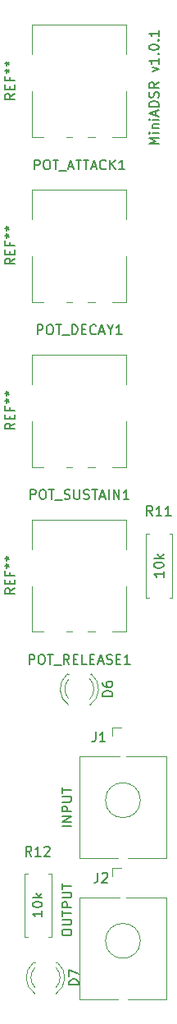
<source format=gbr>
%TF.GenerationSoftware,KiCad,Pcbnew,5.1.9+dfsg1-1~bpo10+1*%
%TF.CreationDate,2022-02-02T01:18:43+08:00*%
%TF.ProjectId,MiniADSR 1.0.1 - Control,4d696e69-4144-4535-9220-312e302e3120,rev?*%
%TF.SameCoordinates,Original*%
%TF.FileFunction,Legend,Top*%
%TF.FilePolarity,Positive*%
%FSLAX46Y46*%
G04 Gerber Fmt 4.6, Leading zero omitted, Abs format (unit mm)*
G04 Created by KiCad (PCBNEW 5.1.9+dfsg1-1~bpo10+1) date 2022-02-02 01:18:43*
%MOMM*%
%LPD*%
G01*
G04 APERTURE LIST*
%ADD10C,0.150000*%
%ADD11C,0.120000*%
G04 APERTURE END LIST*
D10*
X109702380Y-66333333D02*
X108702380Y-66333333D01*
X109416666Y-66000000D01*
X108702380Y-65666666D01*
X109702380Y-65666666D01*
X109702380Y-65190476D02*
X109035714Y-65190476D01*
X108702380Y-65190476D02*
X108750000Y-65238095D01*
X108797619Y-65190476D01*
X108750000Y-65142857D01*
X108702380Y-65190476D01*
X108797619Y-65190476D01*
X109035714Y-64714285D02*
X109702380Y-64714285D01*
X109130952Y-64714285D02*
X109083333Y-64666666D01*
X109035714Y-64571428D01*
X109035714Y-64428571D01*
X109083333Y-64333333D01*
X109178571Y-64285714D01*
X109702380Y-64285714D01*
X109702380Y-63809523D02*
X109035714Y-63809523D01*
X108702380Y-63809523D02*
X108750000Y-63857142D01*
X108797619Y-63809523D01*
X108750000Y-63761904D01*
X108702380Y-63809523D01*
X108797619Y-63809523D01*
X109416666Y-63380952D02*
X109416666Y-62904761D01*
X109702380Y-63476190D02*
X108702380Y-63142857D01*
X109702380Y-62809523D01*
X109702380Y-62476190D02*
X108702380Y-62476190D01*
X108702380Y-62238095D01*
X108750000Y-62095238D01*
X108845238Y-62000000D01*
X108940476Y-61952380D01*
X109130952Y-61904761D01*
X109273809Y-61904761D01*
X109464285Y-61952380D01*
X109559523Y-62000000D01*
X109654761Y-62095238D01*
X109702380Y-62238095D01*
X109702380Y-62476190D01*
X109654761Y-61523809D02*
X109702380Y-61380952D01*
X109702380Y-61142857D01*
X109654761Y-61047619D01*
X109607142Y-61000000D01*
X109511904Y-60952380D01*
X109416666Y-60952380D01*
X109321428Y-61000000D01*
X109273809Y-61047619D01*
X109226190Y-61142857D01*
X109178571Y-61333333D01*
X109130952Y-61428571D01*
X109083333Y-61476190D01*
X108988095Y-61523809D01*
X108892857Y-61523809D01*
X108797619Y-61476190D01*
X108750000Y-61428571D01*
X108702380Y-61333333D01*
X108702380Y-61095238D01*
X108750000Y-60952380D01*
X109702380Y-59952380D02*
X109226190Y-60285714D01*
X109702380Y-60523809D02*
X108702380Y-60523809D01*
X108702380Y-60142857D01*
X108750000Y-60047619D01*
X108797619Y-60000000D01*
X108892857Y-59952380D01*
X109035714Y-59952380D01*
X109130952Y-60000000D01*
X109178571Y-60047619D01*
X109226190Y-60142857D01*
X109226190Y-60523809D01*
X109035714Y-58857142D02*
X109702380Y-58619047D01*
X109035714Y-58380952D01*
X109702380Y-57476190D02*
X109702380Y-58047619D01*
X109702380Y-57761904D02*
X108702380Y-57761904D01*
X108845238Y-57857142D01*
X108940476Y-57952380D01*
X108988095Y-58047619D01*
X109607142Y-57047619D02*
X109654761Y-57000000D01*
X109702380Y-57047619D01*
X109654761Y-57095238D01*
X109607142Y-57047619D01*
X109702380Y-57047619D01*
X108702380Y-56380952D02*
X108702380Y-56285714D01*
X108750000Y-56190476D01*
X108797619Y-56142857D01*
X108892857Y-56095238D01*
X109083333Y-56047619D01*
X109321428Y-56047619D01*
X109511904Y-56095238D01*
X109607142Y-56142857D01*
X109654761Y-56190476D01*
X109702380Y-56285714D01*
X109702380Y-56380952D01*
X109654761Y-56476190D01*
X109607142Y-56523809D01*
X109511904Y-56571428D01*
X109321428Y-56619047D01*
X109083333Y-56619047D01*
X108892857Y-56571428D01*
X108797619Y-56523809D01*
X108750000Y-56476190D01*
X108702380Y-56380952D01*
X109607142Y-55619047D02*
X109654761Y-55571428D01*
X109702380Y-55619047D01*
X109654761Y-55666666D01*
X109607142Y-55619047D01*
X109702380Y-55619047D01*
X109702380Y-54619047D02*
X109702380Y-55190476D01*
X109702380Y-54904761D02*
X108702380Y-54904761D01*
X108845238Y-55000000D01*
X108940476Y-55095238D01*
X108988095Y-55190476D01*
D11*
%TO.C,POT_RELEASE1*%
X100710000Y-116620000D02*
X100180000Y-116620000D01*
X96630000Y-108090000D02*
X96630000Y-105030000D01*
X96620000Y-116620000D02*
X96620000Y-111900000D01*
X106370000Y-108090000D02*
X106370000Y-105030000D01*
X106370000Y-105030000D02*
X96630000Y-105030000D01*
X97810000Y-116620000D02*
X96630000Y-116620000D01*
X103160000Y-116620000D02*
X102330000Y-116620000D01*
X106370000Y-116620000D02*
X104880000Y-116620000D01*
X106370000Y-116620000D02*
X106370000Y-111900000D01*
%TO.C,J1*%
X104940000Y-126500000D02*
X105800000Y-126500000D01*
X105500000Y-139980000D02*
X101500000Y-139980000D01*
X110500000Y-139980000D02*
X106500000Y-139980000D01*
X101500000Y-129480000D02*
X101500000Y-139980000D01*
X107800000Y-133980000D02*
G75*
G03*
X107800000Y-133980000I-1800000J0D01*
G01*
X105650000Y-129480000D02*
X101500000Y-129480000D01*
X110500000Y-129480000D02*
X106350000Y-129480000D01*
X110500000Y-129480000D02*
X110500000Y-139980000D01*
X104940000Y-126500000D02*
X104940000Y-127300000D01*
%TO.C,R12*%
X98290000Y-141540000D02*
X98620000Y-141540000D01*
X98620000Y-141540000D02*
X98620000Y-148080000D01*
X98620000Y-148080000D02*
X98290000Y-148080000D01*
X96210000Y-141540000D02*
X95880000Y-141540000D01*
X95880000Y-141540000D02*
X95880000Y-148080000D01*
X95880000Y-148080000D02*
X96210000Y-148080000D01*
%TO.C,R11*%
X108380000Y-113080000D02*
X108710000Y-113080000D01*
X108380000Y-106540000D02*
X108380000Y-113080000D01*
X108710000Y-106540000D02*
X108380000Y-106540000D01*
X111120000Y-113080000D02*
X110790000Y-113080000D01*
X111120000Y-106540000D02*
X111120000Y-113080000D01*
X110790000Y-106540000D02*
X111120000Y-106540000D01*
%TO.C,POT_ATTACK1*%
X106370000Y-65620000D02*
X106370000Y-60900000D01*
X106370000Y-65620000D02*
X104880000Y-65620000D01*
X103160000Y-65620000D02*
X102330000Y-65620000D01*
X97810000Y-65620000D02*
X96630000Y-65620000D01*
X106370000Y-54030000D02*
X96630000Y-54030000D01*
X106370000Y-57090000D02*
X106370000Y-54030000D01*
X96620000Y-65620000D02*
X96620000Y-60900000D01*
X96630000Y-57090000D02*
X96630000Y-54030000D01*
X100710000Y-65620000D02*
X100180000Y-65620000D01*
%TO.C,POT_DECAY1*%
X106370000Y-82620000D02*
X106370000Y-77900000D01*
X106370000Y-82620000D02*
X104880000Y-82620000D01*
X103160000Y-82620000D02*
X102330000Y-82620000D01*
X97810000Y-82620000D02*
X96630000Y-82620000D01*
X106370000Y-71030000D02*
X96630000Y-71030000D01*
X106370000Y-74090000D02*
X106370000Y-71030000D01*
X96620000Y-82620000D02*
X96620000Y-77900000D01*
X96630000Y-74090000D02*
X96630000Y-71030000D01*
X100710000Y-82620000D02*
X100180000Y-82620000D01*
%TO.C,POT_SUSTAIN1*%
X100710000Y-99620000D02*
X100180000Y-99620000D01*
X96630000Y-91090000D02*
X96630000Y-88030000D01*
X96620000Y-99620000D02*
X96620000Y-94900000D01*
X106370000Y-91090000D02*
X106370000Y-88030000D01*
X106370000Y-88030000D02*
X96630000Y-88030000D01*
X97810000Y-99620000D02*
X96630000Y-99620000D01*
X103160000Y-99620000D02*
X102330000Y-99620000D01*
X106370000Y-99620000D02*
X104880000Y-99620000D01*
X106370000Y-99620000D02*
X106370000Y-94900000D01*
%TO.C,D6*%
X100420000Y-120960000D02*
X100264000Y-120960000D01*
X102736000Y-120960000D02*
X102580000Y-120960000D01*
X100420163Y-123561130D02*
G75*
G02*
X100420000Y-121479039I1079837J1041130D01*
G01*
X102579837Y-123561130D02*
G75*
G03*
X102580000Y-121479039I-1079837J1041130D01*
G01*
X100421392Y-124192335D02*
G75*
G02*
X100264484Y-120960000I1078608J1672335D01*
G01*
X102578608Y-124192335D02*
G75*
G03*
X102735516Y-120960000I-1078608J1672335D01*
G01*
%TO.C,D7*%
X99236000Y-150710000D02*
X99080000Y-150710000D01*
X96920000Y-150710000D02*
X96764000Y-150710000D01*
X99078608Y-153942335D02*
G75*
G03*
X99235516Y-150710000I-1078608J1672335D01*
G01*
X96921392Y-153942335D02*
G75*
G02*
X96764484Y-150710000I1078608J1672335D01*
G01*
X99079837Y-153311130D02*
G75*
G03*
X99080000Y-151229039I-1079837J1041130D01*
G01*
X96920163Y-153311130D02*
G75*
G02*
X96920000Y-151229039I1079837J1041130D01*
G01*
%TO.C,J2*%
X104940000Y-141000000D02*
X105800000Y-141000000D01*
X105500000Y-154480000D02*
X101500000Y-154480000D01*
X110500000Y-154480000D02*
X106500000Y-154480000D01*
X101500000Y-143980000D02*
X101500000Y-154480000D01*
X107800000Y-148480000D02*
G75*
G03*
X107800000Y-148480000I-1800000J0D01*
G01*
X105650000Y-143980000D02*
X101500000Y-143980000D01*
X110500000Y-143980000D02*
X106350000Y-143980000D01*
X110500000Y-143980000D02*
X110500000Y-154480000D01*
X104940000Y-141000000D02*
X104940000Y-141800000D01*
%TO.C,POT_RELEASE1*%
D10*
X96309523Y-119952380D02*
X96309523Y-118952380D01*
X96690476Y-118952380D01*
X96785714Y-119000000D01*
X96833333Y-119047619D01*
X96880952Y-119142857D01*
X96880952Y-119285714D01*
X96833333Y-119380952D01*
X96785714Y-119428571D01*
X96690476Y-119476190D01*
X96309523Y-119476190D01*
X97500000Y-118952380D02*
X97690476Y-118952380D01*
X97785714Y-119000000D01*
X97880952Y-119095238D01*
X97928571Y-119285714D01*
X97928571Y-119619047D01*
X97880952Y-119809523D01*
X97785714Y-119904761D01*
X97690476Y-119952380D01*
X97500000Y-119952380D01*
X97404761Y-119904761D01*
X97309523Y-119809523D01*
X97261904Y-119619047D01*
X97261904Y-119285714D01*
X97309523Y-119095238D01*
X97404761Y-119000000D01*
X97500000Y-118952380D01*
X98214285Y-118952380D02*
X98785714Y-118952380D01*
X98500000Y-119952380D02*
X98500000Y-118952380D01*
X98880952Y-120047619D02*
X99642857Y-120047619D01*
X100452380Y-119952380D02*
X100119047Y-119476190D01*
X99880952Y-119952380D02*
X99880952Y-118952380D01*
X100261904Y-118952380D01*
X100357142Y-119000000D01*
X100404761Y-119047619D01*
X100452380Y-119142857D01*
X100452380Y-119285714D01*
X100404761Y-119380952D01*
X100357142Y-119428571D01*
X100261904Y-119476190D01*
X99880952Y-119476190D01*
X100880952Y-119428571D02*
X101214285Y-119428571D01*
X101357142Y-119952380D02*
X100880952Y-119952380D01*
X100880952Y-118952380D01*
X101357142Y-118952380D01*
X102261904Y-119952380D02*
X101785714Y-119952380D01*
X101785714Y-118952380D01*
X102595238Y-119428571D02*
X102928571Y-119428571D01*
X103071428Y-119952380D02*
X102595238Y-119952380D01*
X102595238Y-118952380D01*
X103071428Y-118952380D01*
X103452380Y-119666666D02*
X103928571Y-119666666D01*
X103357142Y-119952380D02*
X103690476Y-118952380D01*
X104023809Y-119952380D01*
X104309523Y-119904761D02*
X104452380Y-119952380D01*
X104690476Y-119952380D01*
X104785714Y-119904761D01*
X104833333Y-119857142D01*
X104880952Y-119761904D01*
X104880952Y-119666666D01*
X104833333Y-119571428D01*
X104785714Y-119523809D01*
X104690476Y-119476190D01*
X104500000Y-119428571D01*
X104404761Y-119380952D01*
X104357142Y-119333333D01*
X104309523Y-119238095D01*
X104309523Y-119142857D01*
X104357142Y-119047619D01*
X104404761Y-119000000D01*
X104500000Y-118952380D01*
X104738095Y-118952380D01*
X104880952Y-119000000D01*
X105309523Y-119428571D02*
X105642857Y-119428571D01*
X105785714Y-119952380D02*
X105309523Y-119952380D01*
X105309523Y-118952380D01*
X105785714Y-118952380D01*
X106738095Y-119952380D02*
X106166666Y-119952380D01*
X106452380Y-119952380D02*
X106452380Y-118952380D01*
X106357142Y-119095238D01*
X106261904Y-119190476D01*
X106166666Y-119238095D01*
X94812380Y-112123333D02*
X94336190Y-112456666D01*
X94812380Y-112694761D02*
X93812380Y-112694761D01*
X93812380Y-112313809D01*
X93860000Y-112218571D01*
X93907619Y-112170952D01*
X94002857Y-112123333D01*
X94145714Y-112123333D01*
X94240952Y-112170952D01*
X94288571Y-112218571D01*
X94336190Y-112313809D01*
X94336190Y-112694761D01*
X94288571Y-111694761D02*
X94288571Y-111361428D01*
X94812380Y-111218571D02*
X94812380Y-111694761D01*
X93812380Y-111694761D01*
X93812380Y-111218571D01*
X94288571Y-110456666D02*
X94288571Y-110790000D01*
X94812380Y-110790000D02*
X93812380Y-110790000D01*
X93812380Y-110313809D01*
X93812380Y-109790000D02*
X94050476Y-109790000D01*
X93955238Y-110028095D02*
X94050476Y-109790000D01*
X93955238Y-109551904D01*
X94240952Y-109932857D02*
X94050476Y-109790000D01*
X94240952Y-109647142D01*
X93812380Y-109028095D02*
X94050476Y-109028095D01*
X93955238Y-109266190D02*
X94050476Y-109028095D01*
X93955238Y-108790000D01*
X94240952Y-109170952D02*
X94050476Y-109028095D01*
X94240952Y-108885238D01*
%TO.C,J1*%
X103166666Y-126952380D02*
X103166666Y-127666666D01*
X103119047Y-127809523D01*
X103023809Y-127904761D01*
X102880952Y-127952380D01*
X102785714Y-127952380D01*
X104166666Y-127952380D02*
X103595238Y-127952380D01*
X103880952Y-127952380D02*
X103880952Y-126952380D01*
X103785714Y-127095238D01*
X103690476Y-127190476D01*
X103595238Y-127238095D01*
X100702380Y-136678571D02*
X99702380Y-136678571D01*
X100702380Y-136202380D02*
X99702380Y-136202380D01*
X100702380Y-135630952D01*
X99702380Y-135630952D01*
X100702380Y-135154761D02*
X99702380Y-135154761D01*
X99702380Y-134773809D01*
X99750000Y-134678571D01*
X99797619Y-134630952D01*
X99892857Y-134583333D01*
X100035714Y-134583333D01*
X100130952Y-134630952D01*
X100178571Y-134678571D01*
X100226190Y-134773809D01*
X100226190Y-135154761D01*
X99702380Y-134154761D02*
X100511904Y-134154761D01*
X100607142Y-134107142D01*
X100654761Y-134059523D01*
X100702380Y-133964285D01*
X100702380Y-133773809D01*
X100654761Y-133678571D01*
X100607142Y-133630952D01*
X100511904Y-133583333D01*
X99702380Y-133583333D01*
X99702380Y-133250000D02*
X99702380Y-132678571D01*
X100702380Y-132964285D02*
X99702380Y-132964285D01*
%TO.C,R12*%
X96557142Y-139752380D02*
X96223809Y-139276190D01*
X95985714Y-139752380D02*
X95985714Y-138752380D01*
X96366666Y-138752380D01*
X96461904Y-138800000D01*
X96509523Y-138847619D01*
X96557142Y-138942857D01*
X96557142Y-139085714D01*
X96509523Y-139180952D01*
X96461904Y-139228571D01*
X96366666Y-139276190D01*
X95985714Y-139276190D01*
X97509523Y-139752380D02*
X96938095Y-139752380D01*
X97223809Y-139752380D02*
X97223809Y-138752380D01*
X97128571Y-138895238D01*
X97033333Y-138990476D01*
X96938095Y-139038095D01*
X97890476Y-138847619D02*
X97938095Y-138800000D01*
X98033333Y-138752380D01*
X98271428Y-138752380D01*
X98366666Y-138800000D01*
X98414285Y-138847619D01*
X98461904Y-138942857D01*
X98461904Y-139038095D01*
X98414285Y-139180952D01*
X97842857Y-139752380D01*
X98461904Y-139752380D01*
X97652380Y-145395238D02*
X97652380Y-145966666D01*
X97652380Y-145680952D02*
X96652380Y-145680952D01*
X96795238Y-145776190D01*
X96890476Y-145871428D01*
X96938095Y-145966666D01*
X96652380Y-144776190D02*
X96652380Y-144680952D01*
X96700000Y-144585714D01*
X96747619Y-144538095D01*
X96842857Y-144490476D01*
X97033333Y-144442857D01*
X97271428Y-144442857D01*
X97461904Y-144490476D01*
X97557142Y-144538095D01*
X97604761Y-144585714D01*
X97652380Y-144680952D01*
X97652380Y-144776190D01*
X97604761Y-144871428D01*
X97557142Y-144919047D01*
X97461904Y-144966666D01*
X97271428Y-145014285D01*
X97033333Y-145014285D01*
X96842857Y-144966666D01*
X96747619Y-144919047D01*
X96700000Y-144871428D01*
X96652380Y-144776190D01*
X97652380Y-144014285D02*
X96652380Y-144014285D01*
X97271428Y-143919047D02*
X97652380Y-143633333D01*
X96985714Y-143633333D02*
X97366666Y-144014285D01*
%TO.C,R11*%
X109057142Y-104652380D02*
X108723809Y-104176190D01*
X108485714Y-104652380D02*
X108485714Y-103652380D01*
X108866666Y-103652380D01*
X108961904Y-103700000D01*
X109009523Y-103747619D01*
X109057142Y-103842857D01*
X109057142Y-103985714D01*
X109009523Y-104080952D01*
X108961904Y-104128571D01*
X108866666Y-104176190D01*
X108485714Y-104176190D01*
X110009523Y-104652380D02*
X109438095Y-104652380D01*
X109723809Y-104652380D02*
X109723809Y-103652380D01*
X109628571Y-103795238D01*
X109533333Y-103890476D01*
X109438095Y-103938095D01*
X110961904Y-104652380D02*
X110390476Y-104652380D01*
X110676190Y-104652380D02*
X110676190Y-103652380D01*
X110580952Y-103795238D01*
X110485714Y-103890476D01*
X110390476Y-103938095D01*
X110202380Y-110405238D02*
X110202380Y-110976666D01*
X110202380Y-110690952D02*
X109202380Y-110690952D01*
X109345238Y-110786190D01*
X109440476Y-110881428D01*
X109488095Y-110976666D01*
X109202380Y-109786190D02*
X109202380Y-109690952D01*
X109250000Y-109595714D01*
X109297619Y-109548095D01*
X109392857Y-109500476D01*
X109583333Y-109452857D01*
X109821428Y-109452857D01*
X110011904Y-109500476D01*
X110107142Y-109548095D01*
X110154761Y-109595714D01*
X110202380Y-109690952D01*
X110202380Y-109786190D01*
X110154761Y-109881428D01*
X110107142Y-109929047D01*
X110011904Y-109976666D01*
X109821428Y-110024285D01*
X109583333Y-110024285D01*
X109392857Y-109976666D01*
X109297619Y-109929047D01*
X109250000Y-109881428D01*
X109202380Y-109786190D01*
X110202380Y-109024285D02*
X109202380Y-109024285D01*
X109821428Y-108929047D02*
X110202380Y-108643333D01*
X109535714Y-108643333D02*
X109916666Y-109024285D01*
%TO.C,POT_ATTACK1*%
X96857142Y-68952380D02*
X96857142Y-67952380D01*
X97238095Y-67952380D01*
X97333333Y-68000000D01*
X97380952Y-68047619D01*
X97428571Y-68142857D01*
X97428571Y-68285714D01*
X97380952Y-68380952D01*
X97333333Y-68428571D01*
X97238095Y-68476190D01*
X96857142Y-68476190D01*
X98047619Y-67952380D02*
X98238095Y-67952380D01*
X98333333Y-68000000D01*
X98428571Y-68095238D01*
X98476190Y-68285714D01*
X98476190Y-68619047D01*
X98428571Y-68809523D01*
X98333333Y-68904761D01*
X98238095Y-68952380D01*
X98047619Y-68952380D01*
X97952380Y-68904761D01*
X97857142Y-68809523D01*
X97809523Y-68619047D01*
X97809523Y-68285714D01*
X97857142Y-68095238D01*
X97952380Y-68000000D01*
X98047619Y-67952380D01*
X98761904Y-67952380D02*
X99333333Y-67952380D01*
X99047619Y-68952380D02*
X99047619Y-67952380D01*
X99428571Y-69047619D02*
X100190476Y-69047619D01*
X100380952Y-68666666D02*
X100857142Y-68666666D01*
X100285714Y-68952380D02*
X100619047Y-67952380D01*
X100952380Y-68952380D01*
X101142857Y-67952380D02*
X101714285Y-67952380D01*
X101428571Y-68952380D02*
X101428571Y-67952380D01*
X101904761Y-67952380D02*
X102476190Y-67952380D01*
X102190476Y-68952380D02*
X102190476Y-67952380D01*
X102761904Y-68666666D02*
X103238095Y-68666666D01*
X102666666Y-68952380D02*
X103000000Y-67952380D01*
X103333333Y-68952380D01*
X104238095Y-68857142D02*
X104190476Y-68904761D01*
X104047619Y-68952380D01*
X103952380Y-68952380D01*
X103809523Y-68904761D01*
X103714285Y-68809523D01*
X103666666Y-68714285D01*
X103619047Y-68523809D01*
X103619047Y-68380952D01*
X103666666Y-68190476D01*
X103714285Y-68095238D01*
X103809523Y-68000000D01*
X103952380Y-67952380D01*
X104047619Y-67952380D01*
X104190476Y-68000000D01*
X104238095Y-68047619D01*
X104666666Y-68952380D02*
X104666666Y-67952380D01*
X105238095Y-68952380D02*
X104809523Y-68380952D01*
X105238095Y-67952380D02*
X104666666Y-68523809D01*
X106190476Y-68952380D02*
X105619047Y-68952380D01*
X105904761Y-68952380D02*
X105904761Y-67952380D01*
X105809523Y-68095238D01*
X105714285Y-68190476D01*
X105619047Y-68238095D01*
X94812380Y-61123333D02*
X94336190Y-61456666D01*
X94812380Y-61694761D02*
X93812380Y-61694761D01*
X93812380Y-61313809D01*
X93860000Y-61218571D01*
X93907619Y-61170952D01*
X94002857Y-61123333D01*
X94145714Y-61123333D01*
X94240952Y-61170952D01*
X94288571Y-61218571D01*
X94336190Y-61313809D01*
X94336190Y-61694761D01*
X94288571Y-60694761D02*
X94288571Y-60361428D01*
X94812380Y-60218571D02*
X94812380Y-60694761D01*
X93812380Y-60694761D01*
X93812380Y-60218571D01*
X94288571Y-59456666D02*
X94288571Y-59790000D01*
X94812380Y-59790000D02*
X93812380Y-59790000D01*
X93812380Y-59313809D01*
X93812380Y-58790000D02*
X94050476Y-58790000D01*
X93955238Y-59028095D02*
X94050476Y-58790000D01*
X93955238Y-58551904D01*
X94240952Y-58932857D02*
X94050476Y-58790000D01*
X94240952Y-58647142D01*
X93812380Y-58028095D02*
X94050476Y-58028095D01*
X93955238Y-58266190D02*
X94050476Y-58028095D01*
X93955238Y-57790000D01*
X94240952Y-58170952D02*
X94050476Y-58028095D01*
X94240952Y-57885238D01*
%TO.C,POT_DECAY1*%
X97166666Y-85952380D02*
X97166666Y-84952380D01*
X97547619Y-84952380D01*
X97642857Y-85000000D01*
X97690476Y-85047619D01*
X97738095Y-85142857D01*
X97738095Y-85285714D01*
X97690476Y-85380952D01*
X97642857Y-85428571D01*
X97547619Y-85476190D01*
X97166666Y-85476190D01*
X98357142Y-84952380D02*
X98547619Y-84952380D01*
X98642857Y-85000000D01*
X98738095Y-85095238D01*
X98785714Y-85285714D01*
X98785714Y-85619047D01*
X98738095Y-85809523D01*
X98642857Y-85904761D01*
X98547619Y-85952380D01*
X98357142Y-85952380D01*
X98261904Y-85904761D01*
X98166666Y-85809523D01*
X98119047Y-85619047D01*
X98119047Y-85285714D01*
X98166666Y-85095238D01*
X98261904Y-85000000D01*
X98357142Y-84952380D01*
X99071428Y-84952380D02*
X99642857Y-84952380D01*
X99357142Y-85952380D02*
X99357142Y-84952380D01*
X99738095Y-86047619D02*
X100500000Y-86047619D01*
X100738095Y-85952380D02*
X100738095Y-84952380D01*
X100976190Y-84952380D01*
X101119047Y-85000000D01*
X101214285Y-85095238D01*
X101261904Y-85190476D01*
X101309523Y-85380952D01*
X101309523Y-85523809D01*
X101261904Y-85714285D01*
X101214285Y-85809523D01*
X101119047Y-85904761D01*
X100976190Y-85952380D01*
X100738095Y-85952380D01*
X101738095Y-85428571D02*
X102071428Y-85428571D01*
X102214285Y-85952380D02*
X101738095Y-85952380D01*
X101738095Y-84952380D01*
X102214285Y-84952380D01*
X103214285Y-85857142D02*
X103166666Y-85904761D01*
X103023809Y-85952380D01*
X102928571Y-85952380D01*
X102785714Y-85904761D01*
X102690476Y-85809523D01*
X102642857Y-85714285D01*
X102595238Y-85523809D01*
X102595238Y-85380952D01*
X102642857Y-85190476D01*
X102690476Y-85095238D01*
X102785714Y-85000000D01*
X102928571Y-84952380D01*
X103023809Y-84952380D01*
X103166666Y-85000000D01*
X103214285Y-85047619D01*
X103595238Y-85666666D02*
X104071428Y-85666666D01*
X103500000Y-85952380D02*
X103833333Y-84952380D01*
X104166666Y-85952380D01*
X104690476Y-85476190D02*
X104690476Y-85952380D01*
X104357142Y-84952380D02*
X104690476Y-85476190D01*
X105023809Y-84952380D01*
X105880952Y-85952380D02*
X105309523Y-85952380D01*
X105595238Y-85952380D02*
X105595238Y-84952380D01*
X105500000Y-85095238D01*
X105404761Y-85190476D01*
X105309523Y-85238095D01*
X94812380Y-78123333D02*
X94336190Y-78456666D01*
X94812380Y-78694761D02*
X93812380Y-78694761D01*
X93812380Y-78313809D01*
X93860000Y-78218571D01*
X93907619Y-78170952D01*
X94002857Y-78123333D01*
X94145714Y-78123333D01*
X94240952Y-78170952D01*
X94288571Y-78218571D01*
X94336190Y-78313809D01*
X94336190Y-78694761D01*
X94288571Y-77694761D02*
X94288571Y-77361428D01*
X94812380Y-77218571D02*
X94812380Y-77694761D01*
X93812380Y-77694761D01*
X93812380Y-77218571D01*
X94288571Y-76456666D02*
X94288571Y-76790000D01*
X94812380Y-76790000D02*
X93812380Y-76790000D01*
X93812380Y-76313809D01*
X93812380Y-75790000D02*
X94050476Y-75790000D01*
X93955238Y-76028095D02*
X94050476Y-75790000D01*
X93955238Y-75551904D01*
X94240952Y-75932857D02*
X94050476Y-75790000D01*
X94240952Y-75647142D01*
X93812380Y-75028095D02*
X94050476Y-75028095D01*
X93955238Y-75266190D02*
X94050476Y-75028095D01*
X93955238Y-74790000D01*
X94240952Y-75170952D02*
X94050476Y-75028095D01*
X94240952Y-74885238D01*
%TO.C,POT_SUSTAIN1*%
X96428571Y-102952380D02*
X96428571Y-101952380D01*
X96809523Y-101952380D01*
X96904761Y-102000000D01*
X96952380Y-102047619D01*
X97000000Y-102142857D01*
X97000000Y-102285714D01*
X96952380Y-102380952D01*
X96904761Y-102428571D01*
X96809523Y-102476190D01*
X96428571Y-102476190D01*
X97619047Y-101952380D02*
X97809523Y-101952380D01*
X97904761Y-102000000D01*
X98000000Y-102095238D01*
X98047619Y-102285714D01*
X98047619Y-102619047D01*
X98000000Y-102809523D01*
X97904761Y-102904761D01*
X97809523Y-102952380D01*
X97619047Y-102952380D01*
X97523809Y-102904761D01*
X97428571Y-102809523D01*
X97380952Y-102619047D01*
X97380952Y-102285714D01*
X97428571Y-102095238D01*
X97523809Y-102000000D01*
X97619047Y-101952380D01*
X98333333Y-101952380D02*
X98904761Y-101952380D01*
X98619047Y-102952380D02*
X98619047Y-101952380D01*
X99000000Y-103047619D02*
X99761904Y-103047619D01*
X99952380Y-102904761D02*
X100095238Y-102952380D01*
X100333333Y-102952380D01*
X100428571Y-102904761D01*
X100476190Y-102857142D01*
X100523809Y-102761904D01*
X100523809Y-102666666D01*
X100476190Y-102571428D01*
X100428571Y-102523809D01*
X100333333Y-102476190D01*
X100142857Y-102428571D01*
X100047619Y-102380952D01*
X100000000Y-102333333D01*
X99952380Y-102238095D01*
X99952380Y-102142857D01*
X100000000Y-102047619D01*
X100047619Y-102000000D01*
X100142857Y-101952380D01*
X100380952Y-101952380D01*
X100523809Y-102000000D01*
X100952380Y-101952380D02*
X100952380Y-102761904D01*
X101000000Y-102857142D01*
X101047619Y-102904761D01*
X101142857Y-102952380D01*
X101333333Y-102952380D01*
X101428571Y-102904761D01*
X101476190Y-102857142D01*
X101523809Y-102761904D01*
X101523809Y-101952380D01*
X101952380Y-102904761D02*
X102095238Y-102952380D01*
X102333333Y-102952380D01*
X102428571Y-102904761D01*
X102476190Y-102857142D01*
X102523809Y-102761904D01*
X102523809Y-102666666D01*
X102476190Y-102571428D01*
X102428571Y-102523809D01*
X102333333Y-102476190D01*
X102142857Y-102428571D01*
X102047619Y-102380952D01*
X102000000Y-102333333D01*
X101952380Y-102238095D01*
X101952380Y-102142857D01*
X102000000Y-102047619D01*
X102047619Y-102000000D01*
X102142857Y-101952380D01*
X102380952Y-101952380D01*
X102523809Y-102000000D01*
X102809523Y-101952380D02*
X103380952Y-101952380D01*
X103095238Y-102952380D02*
X103095238Y-101952380D01*
X103666666Y-102666666D02*
X104142857Y-102666666D01*
X103571428Y-102952380D02*
X103904761Y-101952380D01*
X104238095Y-102952380D01*
X104571428Y-102952380D02*
X104571428Y-101952380D01*
X105047619Y-102952380D02*
X105047619Y-101952380D01*
X105619047Y-102952380D01*
X105619047Y-101952380D01*
X106619047Y-102952380D02*
X106047619Y-102952380D01*
X106333333Y-102952380D02*
X106333333Y-101952380D01*
X106238095Y-102095238D01*
X106142857Y-102190476D01*
X106047619Y-102238095D01*
X94812380Y-95123333D02*
X94336190Y-95456666D01*
X94812380Y-95694761D02*
X93812380Y-95694761D01*
X93812380Y-95313809D01*
X93860000Y-95218571D01*
X93907619Y-95170952D01*
X94002857Y-95123333D01*
X94145714Y-95123333D01*
X94240952Y-95170952D01*
X94288571Y-95218571D01*
X94336190Y-95313809D01*
X94336190Y-95694761D01*
X94288571Y-94694761D02*
X94288571Y-94361428D01*
X94812380Y-94218571D02*
X94812380Y-94694761D01*
X93812380Y-94694761D01*
X93812380Y-94218571D01*
X94288571Y-93456666D02*
X94288571Y-93790000D01*
X94812380Y-93790000D02*
X93812380Y-93790000D01*
X93812380Y-93313809D01*
X93812380Y-92790000D02*
X94050476Y-92790000D01*
X93955238Y-93028095D02*
X94050476Y-92790000D01*
X93955238Y-92551904D01*
X94240952Y-92932857D02*
X94050476Y-92790000D01*
X94240952Y-92647142D01*
X93812380Y-92028095D02*
X94050476Y-92028095D01*
X93955238Y-92266190D02*
X94050476Y-92028095D01*
X93955238Y-91790000D01*
X94240952Y-92170952D02*
X94050476Y-92028095D01*
X94240952Y-91885238D01*
%TO.C,D6*%
X104912380Y-123258095D02*
X103912380Y-123258095D01*
X103912380Y-123020000D01*
X103960000Y-122877142D01*
X104055238Y-122781904D01*
X104150476Y-122734285D01*
X104340952Y-122686666D01*
X104483809Y-122686666D01*
X104674285Y-122734285D01*
X104769523Y-122781904D01*
X104864761Y-122877142D01*
X104912380Y-123020000D01*
X104912380Y-123258095D01*
X103912380Y-121829523D02*
X103912380Y-122020000D01*
X103960000Y-122115238D01*
X104007619Y-122162857D01*
X104150476Y-122258095D01*
X104340952Y-122305714D01*
X104721904Y-122305714D01*
X104817142Y-122258095D01*
X104864761Y-122210476D01*
X104912380Y-122115238D01*
X104912380Y-121924761D01*
X104864761Y-121829523D01*
X104817142Y-121781904D01*
X104721904Y-121734285D01*
X104483809Y-121734285D01*
X104388571Y-121781904D01*
X104340952Y-121829523D01*
X104293333Y-121924761D01*
X104293333Y-122115238D01*
X104340952Y-122210476D01*
X104388571Y-122258095D01*
X104483809Y-122305714D01*
%TO.C,D7*%
X101412380Y-153008095D02*
X100412380Y-153008095D01*
X100412380Y-152770000D01*
X100460000Y-152627142D01*
X100555238Y-152531904D01*
X100650476Y-152484285D01*
X100840952Y-152436666D01*
X100983809Y-152436666D01*
X101174285Y-152484285D01*
X101269523Y-152531904D01*
X101364761Y-152627142D01*
X101412380Y-152770000D01*
X101412380Y-153008095D01*
X100412380Y-152103333D02*
X100412380Y-151436666D01*
X101412380Y-151865238D01*
%TO.C,J2*%
X103416666Y-141452380D02*
X103416666Y-142166666D01*
X103369047Y-142309523D01*
X103273809Y-142404761D01*
X103130952Y-142452380D01*
X103035714Y-142452380D01*
X103845238Y-141547619D02*
X103892857Y-141500000D01*
X103988095Y-141452380D01*
X104226190Y-141452380D01*
X104321428Y-141500000D01*
X104369047Y-141547619D01*
X104416666Y-141642857D01*
X104416666Y-141738095D01*
X104369047Y-141880952D01*
X103797619Y-142452380D01*
X104416666Y-142452380D01*
X99702380Y-147704761D02*
X99702380Y-147514285D01*
X99750000Y-147419047D01*
X99845238Y-147323809D01*
X100035714Y-147276190D01*
X100369047Y-147276190D01*
X100559523Y-147323809D01*
X100654761Y-147419047D01*
X100702380Y-147514285D01*
X100702380Y-147704761D01*
X100654761Y-147800000D01*
X100559523Y-147895238D01*
X100369047Y-147942857D01*
X100035714Y-147942857D01*
X99845238Y-147895238D01*
X99750000Y-147800000D01*
X99702380Y-147704761D01*
X99702380Y-146847619D02*
X100511904Y-146847619D01*
X100607142Y-146800000D01*
X100654761Y-146752380D01*
X100702380Y-146657142D01*
X100702380Y-146466666D01*
X100654761Y-146371428D01*
X100607142Y-146323809D01*
X100511904Y-146276190D01*
X99702380Y-146276190D01*
X99702380Y-145942857D02*
X99702380Y-145371428D01*
X100702380Y-145657142D02*
X99702380Y-145657142D01*
X100702380Y-145038095D02*
X99702380Y-145038095D01*
X99702380Y-144657142D01*
X99750000Y-144561904D01*
X99797619Y-144514285D01*
X99892857Y-144466666D01*
X100035714Y-144466666D01*
X100130952Y-144514285D01*
X100178571Y-144561904D01*
X100226190Y-144657142D01*
X100226190Y-145038095D01*
X99702380Y-144038095D02*
X100511904Y-144038095D01*
X100607142Y-143990476D01*
X100654761Y-143942857D01*
X100702380Y-143847619D01*
X100702380Y-143657142D01*
X100654761Y-143561904D01*
X100607142Y-143514285D01*
X100511904Y-143466666D01*
X99702380Y-143466666D01*
X99702380Y-143133333D02*
X99702380Y-142561904D01*
X100702380Y-142847619D02*
X99702380Y-142847619D01*
%TD*%
M02*

</source>
